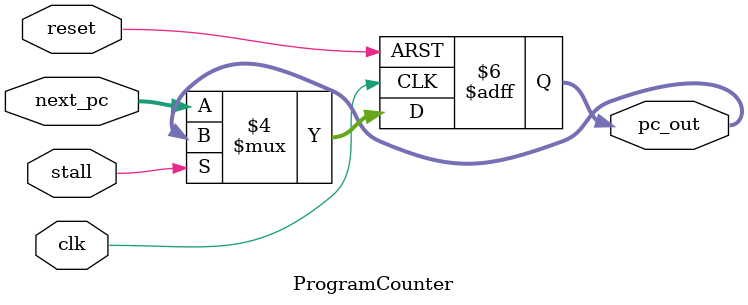
<source format=v>
module ProgramCounter (
    input clk,
    input reset,             // To reset the system
    input stall,             // STOP command from Hazard Unit (1 = PC unchanged)
    input [15:0] next_pc,    // Next Address from MUXes
    output reg [15:0] pc_out // Current address (goes to Instruction Memory)
);

    // Initialize to 0
    initial pc_out = 16'h0000;

    // Asynchronous Reset, Synchronous Write
    always @(posedge clk or posedge reset) begin
        if (reset) begin
            pc_out <= 16'h0000; // If reset pressed, go back to start
        end 
        else if (stall == 0) begin
            // IF NO STALL (engine running), update
            pc_out <= next_pc; 
        end
        // If stall == 1, do nothing (keep old value/freeze)
    end

endmodule
</source>
